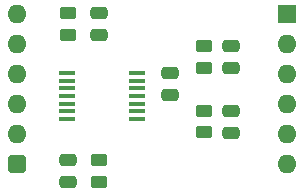
<source format=gts>
%TF.GenerationSoftware,KiCad,Pcbnew,8.0.7*%
%TF.CreationDate,2025-01-10T21:46:07+02:00*%
%TF.ProjectId,W65C816 Latch,57363543-3831-4362-904c-617463682e6b,V1*%
%TF.SameCoordinates,Original*%
%TF.FileFunction,Soldermask,Top*%
%TF.FilePolarity,Negative*%
%FSLAX46Y46*%
G04 Gerber Fmt 4.6, Leading zero omitted, Abs format (unit mm)*
G04 Created by KiCad (PCBNEW 8.0.7) date 2025-01-10 21:46:07*
%MOMM*%
%LPD*%
G01*
G04 APERTURE LIST*
G04 Aperture macros list*
%AMRoundRect*
0 Rectangle with rounded corners*
0 $1 Rounding radius*
0 $2 $3 $4 $5 $6 $7 $8 $9 X,Y pos of 4 corners*
0 Add a 4 corners polygon primitive as box body*
4,1,4,$2,$3,$4,$5,$6,$7,$8,$9,$2,$3,0*
0 Add four circle primitives for the rounded corners*
1,1,$1+$1,$2,$3*
1,1,$1+$1,$4,$5*
1,1,$1+$1,$6,$7*
1,1,$1+$1,$8,$9*
0 Add four rect primitives between the rounded corners*
20,1,$1+$1,$2,$3,$4,$5,0*
20,1,$1+$1,$4,$5,$6,$7,0*
20,1,$1+$1,$6,$7,$8,$9,0*
20,1,$1+$1,$8,$9,$2,$3,0*%
G04 Aperture macros list end*
%ADD10RoundRect,0.250000X-0.450000X0.262500X-0.450000X-0.262500X0.450000X-0.262500X0.450000X0.262500X0*%
%ADD11RoundRect,0.250000X-0.475000X0.250000X-0.475000X-0.250000X0.475000X-0.250000X0.475000X0.250000X0*%
%ADD12R,1.475000X0.450000*%
%ADD13RoundRect,0.250000X0.450000X-0.262500X0.450000X0.262500X-0.450000X0.262500X-0.450000X-0.262500X0*%
%ADD14RoundRect,0.250000X0.475000X-0.250000X0.475000X0.250000X-0.475000X0.250000X-0.475000X-0.250000X0*%
%ADD15R,1.600000X1.600000*%
%ADD16O,1.600000X1.600000*%
%ADD17RoundRect,0.400000X-0.400000X-0.400000X0.400000X-0.400000X0.400000X0.400000X-0.400000X0.400000X0*%
G04 APERTURE END LIST*
D10*
%TO.C,R4*%
X15885000Y-10056500D03*
X15885000Y-8231500D03*
%TD*%
D11*
%TO.C,C2*%
X4318000Y-14301000D03*
X4318000Y-12401000D03*
%TD*%
%TO.C,C5*%
X18161000Y-10110000D03*
X18161000Y-8210000D03*
%TD*%
D10*
%TO.C,R2*%
X4328000Y-1801500D03*
X4328000Y23500D03*
%TD*%
D12*
%TO.C,IC1*%
X10177000Y-5035000D03*
X10177000Y-5685000D03*
X10177000Y-6335000D03*
X10177000Y-6985000D03*
X10177000Y-7635000D03*
X10177000Y-8285000D03*
X10177000Y-8935000D03*
X4301000Y-8935000D03*
X4301000Y-8285000D03*
X4301000Y-7635000D03*
X4301000Y-6985000D03*
X4301000Y-6335000D03*
X4301000Y-5685000D03*
X4301000Y-5035000D03*
%TD*%
D11*
%TO.C,C1*%
X12954000Y-6935000D03*
X12954000Y-5035000D03*
%TD*%
D13*
%TO.C,R3*%
X15865000Y-2770500D03*
X15865000Y-4595500D03*
%TD*%
D14*
%TO.C,C4*%
X18161000Y-2717000D03*
X18161000Y-4617000D03*
%TD*%
%TO.C,C3*%
X6985000Y77000D03*
X6985000Y-1823000D03*
%TD*%
D13*
%TO.C,R1*%
X6975000Y-12422500D03*
X6975000Y-14247500D03*
%TD*%
D15*
%TO.C,J2*%
X22860000Y0D03*
D16*
X22860000Y-2540000D03*
X22860000Y-5080000D03*
X22860000Y-7620000D03*
X22860000Y-10160000D03*
X22860000Y-12700000D03*
D17*
X0Y-12700000D03*
D16*
X0Y-10160000D03*
X0Y-7620000D03*
X0Y-5080000D03*
X0Y-2540000D03*
X0Y0D03*
%TD*%
M02*

</source>
